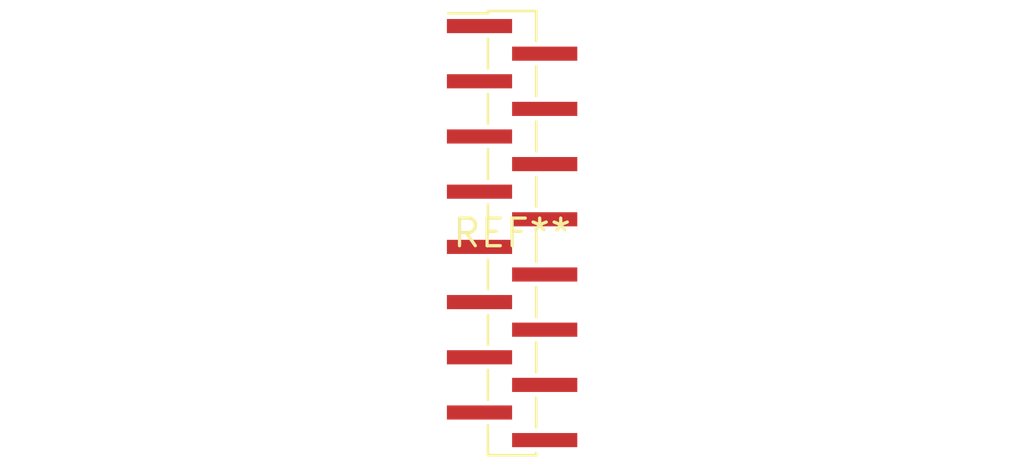
<source format=kicad_pcb>
(kicad_pcb (version 20240108) (generator pcbnew)
  (layers (0 "F.Cu" signal) (31 "B.Cu" signal) (34 "B.Paste" user) (35 "F.Paste" user) (36 "B.SilkS" user "B.Silkscreen") (37 "F.SilkS" user "F.Silkscreen") (38 "B.Mask" user) (39 "F.Mask" user) (44 "Edge.Cuts" user))
  (net 0 "")
  (footprint "PinHeader_1x16_P1.27mm_Vertical_SMD_Pin1Left" (layer "F.Cu") (at 0 0)
    (property "Reference" "REF**")
    (property "Value" "PinHeader_1x16_P1.27mm_Vertical_SMD_Pin1Left")
    (fp_line (start -1.11 -10.22) (end -1.11 -10.11) (layer "F.SilkS") (stroke (width 0.12)))
    (fp_line (start -1.11 -10.22) (end 1.11 -10.22) (layer "F.SilkS") (stroke (width 0.12)))
    (fp_line (start -1.11 -10.11) (end -2.94 -10.11) (layer "F.SilkS") (stroke (width 0.12)))
    (fp_line (start -1.11 -8.94) (end -1.11 -7.57) (layer "F.SilkS") (stroke (width 0.12)))
    (fp_line (start -1.11 -6.4) (end -1.11 -5.03) (layer "F.SilkS") (stroke (width 0.12)))
    (fp_line (start -1.11 -3.86) (end -1.11 -2.49) (layer "F.SilkS") (stroke (width 0.12)))
    (fp_line (start -1.11 -1.32) (end -1.11 0.05) (layer "F.SilkS") (stroke (width 0.12)))
    (fp_line (start -1.11 1.22) (end -1.11 2.59) (layer "F.SilkS") (stroke (width 0.12)))
    (fp_line (start -1.11 3.76) (end -1.11 5.13) (layer "F.SilkS") (stroke (width 0.12)))
    (fp_line (start -1.11 6.3) (end -1.11 7.67) (layer "F.SilkS") (stroke (width 0.12)))
    (fp_line (start -1.11 8.84) (end -1.11 10.21) (layer "F.SilkS") (stroke (width 0.12)))
    (fp_line (start -1.11 10.22) (end 1.11 10.22) (layer "F.SilkS") (stroke (width 0.12)))
    (fp_line (start 1.11 -10.21) (end 1.11 -8.84) (layer "F.SilkS") (stroke (width 0.12)))
    (fp_line (start 1.11 -7.67) (end 1.11 -6.3) (layer "F.SilkS") (stroke (width 0.12)))
    (fp_line (start 1.11 -5.13) (end 1.11 -3.76) (layer "F.SilkS") (stroke (width 0.12)))
    (fp_line (start 1.11 -2.59) (end 1.11 -1.22) (layer "F.SilkS") (stroke (width 0.12)))
    (fp_line (start 1.11 -0.05) (end 1.11 1.32) (layer "F.SilkS") (stroke (width 0.12)))
    (fp_line (start 1.11 2.49) (end 1.11 3.86) (layer "F.SilkS") (stroke (width 0.12)))
    (fp_line (start 1.11 5.03) (end 1.11 6.4) (layer "F.SilkS") (stroke (width 0.12)))
    (fp_line (start 1.11 7.57) (end 1.11 8.94) (layer "F.SilkS") (stroke (width 0.12)))
    (fp_line (start 1.11 10.11) (end 1.11 10.22) (layer "F.SilkS") (stroke (width 0.12)))
    (pad "1" smd rect (at -1.5 -9.525) (size 3 0.65) (layers "F.Cu" "F.Paste" "F.Mask"))
    (pad "2" smd rect (at 1.5 -8.255) (size 3 0.65) (layers "F.Cu" "F.Paste" "F.Mask"))
    (pad "3" smd rect (at -1.5 -6.985) (size 3 0.65) (layers "F.Cu" "F.Paste" "F.Mask"))
    (pad "4" smd rect (at 1.5 -5.715) (size 3 0.65) (layers "F.Cu" "F.Paste" "F.Mask"))
    (pad "5" smd rect (at -1.5 -4.445) (size 3 0.65) (layers "F.Cu" "F.Paste" "F.Mask"))
    (pad "6" smd rect (at 1.5 -3.175) (size 3 0.65) (layers "F.Cu" "F.Paste" "F.Mask"))
    (pad "7" smd rect (at -1.5 -1.905) (size 3 0.65) (layers "F.Cu" "F.Paste" "F.Mask"))
    (pad "8" smd rect (at 1.5 -0.635) (size 3 0.65) (layers "F.Cu" "F.Paste" "F.Mask"))
    (pad "9" smd rect (at -1.5 0.635) (size 3 0.65) (layers "F.Cu" "F.Paste" "F.Mask"))
    (pad "10" smd rect (at 1.5 1.905) (size 3 0.65) (layers "F.Cu" "F.Paste" "F.Mask"))
    (pad "11" smd rect (at -1.5 3.175) (size 3 0.65) (layers "F.Cu" "F.Paste" "F.Mask"))
    (pad "12" smd rect (at 1.5 4.445) (size 3 0.65) (layers "F.Cu" "F.Paste" "F.Mask"))
    (pad "13" smd rect (at -1.5 5.715) (size 3 0.65) (layers "F.Cu" "F.Paste" "F.Mask"))
    (pad "14" smd rect (at 1.5 6.985) (size 3 0.65) (layers "F.Cu" "F.Paste" "F.Mask"))
    (pad "15" smd rect (at -1.5 8.255) (size 3 0.65) (layers "F.Cu" "F.Paste" "F.Mask"))
    (pad "16" smd rect (at 1.5 9.525) (size 3 0.65) (layers "F.Cu" "F.Paste" "F.Mask"))
  )
)
</source>
